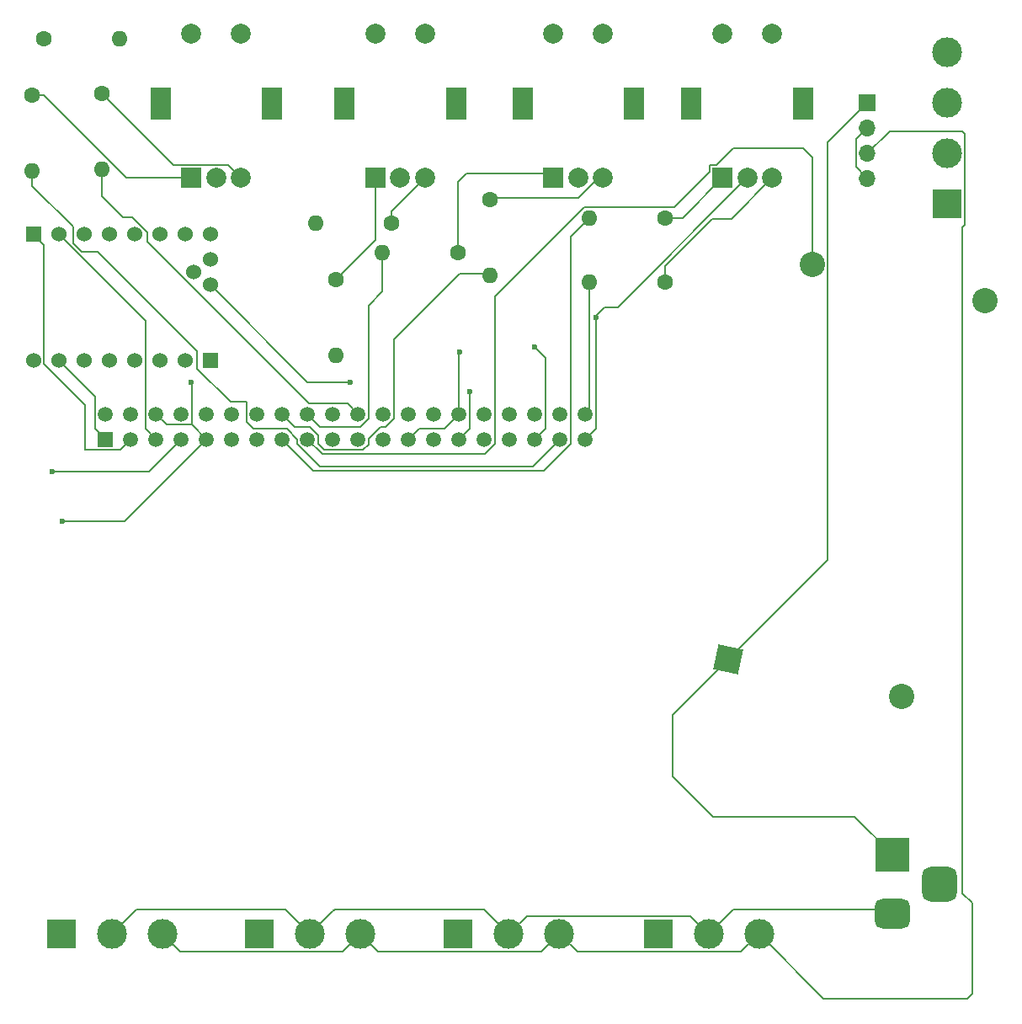
<source format=gbr>
%TF.GenerationSoftware,KiCad,Pcbnew,8.0.5*%
%TF.CreationDate,2025-06-03T16:45:13-04:00*%
%TF.ProjectId,arm,61726d2e-6b69-4636-9164-5f7063625858,rev?*%
%TF.SameCoordinates,Original*%
%TF.FileFunction,Copper,L1,Top*%
%TF.FilePolarity,Positive*%
%FSLAX46Y46*%
G04 Gerber Fmt 4.6, Leading zero omitted, Abs format (unit mm)*
G04 Created by KiCad (PCBNEW 8.0.5) date 2025-06-03 16:45:13*
%MOMM*%
%LPD*%
G01*
G04 APERTURE LIST*
G04 Aperture macros list*
%AMRoundRect*
0 Rectangle with rounded corners*
0 $1 Rounding radius*
0 $2 $3 $4 $5 $6 $7 $8 $9 X,Y pos of 4 corners*
0 Add a 4 corners polygon primitive as box body*
4,1,4,$2,$3,$4,$5,$6,$7,$8,$9,$2,$3,0*
0 Add four circle primitives for the rounded corners*
1,1,$1+$1,$2,$3*
1,1,$1+$1,$4,$5*
1,1,$1+$1,$6,$7*
1,1,$1+$1,$8,$9*
0 Add four rect primitives between the rounded corners*
20,1,$1+$1,$2,$3,$4,$5,0*
20,1,$1+$1,$4,$5,$6,$7,0*
20,1,$1+$1,$6,$7,$8,$9,0*
20,1,$1+$1,$8,$9,$2,$3,0*%
%AMRotRect*
0 Rectangle, with rotation*
0 The origin of the aperture is its center*
0 $1 length*
0 $2 width*
0 $3 Rotation angle, in degrees counterclockwise*
0 Add horizontal line*
21,1,$1,$2,0,0,$3*%
G04 Aperture macros list end*
%TA.AperFunction,ComponentPad*%
%ADD10R,3.000000X3.000000*%
%TD*%
%TA.AperFunction,ComponentPad*%
%ADD11C,3.000000*%
%TD*%
%TA.AperFunction,ComponentPad*%
%ADD12R,3.500000X3.500000*%
%TD*%
%TA.AperFunction,ComponentPad*%
%ADD13RoundRect,0.750000X1.000000X-0.750000X1.000000X0.750000X-1.000000X0.750000X-1.000000X-0.750000X0*%
%TD*%
%TA.AperFunction,ComponentPad*%
%ADD14RoundRect,0.875000X0.875000X-0.875000X0.875000X0.875000X-0.875000X0.875000X-0.875000X-0.875000X0*%
%TD*%
%TA.AperFunction,ComponentPad*%
%ADD15C,1.600000*%
%TD*%
%TA.AperFunction,ComponentPad*%
%ADD16O,1.600000X1.600000*%
%TD*%
%TA.AperFunction,ComponentPad*%
%ADD17RotRect,2.540000X2.540000X78.000000*%
%TD*%
%TA.AperFunction,ComponentPad*%
%ADD18C,2.540000*%
%TD*%
%TA.AperFunction,ComponentPad*%
%ADD19R,1.508000X1.508000*%
%TD*%
%TA.AperFunction,ComponentPad*%
%ADD20C,1.508000*%
%TD*%
%TA.AperFunction,ComponentPad*%
%ADD21R,2.000000X2.000000*%
%TD*%
%TA.AperFunction,ComponentPad*%
%ADD22C,2.000000*%
%TD*%
%TA.AperFunction,ComponentPad*%
%ADD23R,2.000000X3.200000*%
%TD*%
%TA.AperFunction,ComponentPad*%
%ADD24R,1.700000X1.700000*%
%TD*%
%TA.AperFunction,ComponentPad*%
%ADD25O,1.700000X1.700000*%
%TD*%
%TA.AperFunction,ComponentPad*%
%ADD26R,1.524000X1.524000*%
%TD*%
%TA.AperFunction,ComponentPad*%
%ADD27C,1.524000*%
%TD*%
%TA.AperFunction,ViaPad*%
%ADD28C,0.600000*%
%TD*%
%TA.AperFunction,Conductor*%
%ADD29C,0.200000*%
%TD*%
G04 APERTURE END LIST*
D10*
%TO.P,J4,1,Pin_1*%
%TO.N,SERVO1_SIG*%
X214920000Y-122500000D03*
D11*
%TO.P,J4,2,Pin_2*%
%TO.N,GND*%
X220000000Y-122500000D03*
%TO.P,J4,3,Pin_3*%
%TO.N,+6V*%
X225080000Y-122500000D03*
%TD*%
D12*
%TO.P,J6,1*%
%TO.N,+24V*%
X238500000Y-114500000D03*
D13*
%TO.P,J6,2*%
%TO.N,GND*%
X238500000Y-120500000D03*
D14*
%TO.P,J6,3*%
%TO.N,N/C*%
X243200000Y-117500000D03*
%TD*%
D15*
%TO.P,R5,1*%
%TO.N,Net-(R5-Pad1)*%
X159000000Y-38000000D03*
D16*
%TO.P,R5,2*%
%TO.N,DT3*%
X159000000Y-45620000D03*
%TD*%
D15*
%TO.P,R7,1*%
%TO.N,Net-(R7-Pad1)*%
X188120000Y-51000000D03*
D16*
%TO.P,R7,2*%
%TO.N,DT4*%
X180500000Y-51000000D03*
%TD*%
D10*
%TO.P,J3,1,Pin_1*%
%TO.N,SERVO2_SIG*%
X194840000Y-122500000D03*
D11*
%TO.P,J3,2,Pin_2*%
%TO.N,GND*%
X199920000Y-122500000D03*
%TO.P,J3,3,Pin_3*%
%TO.N,+6V*%
X205000000Y-122500000D03*
%TD*%
D17*
%TO.P,U1,1,Vin*%
%TO.N,+24V*%
X222000000Y-94912537D03*
D18*
%TO.P,U1,2,GND*%
%TO.N,GND*%
X239391466Y-98609205D03*
%TO.P,U1,3,GND*%
X247840996Y-58857287D03*
%TO.P,U1,4,Vout*%
%TO.N,+3V3*%
X230449531Y-55160619D03*
%TD*%
D15*
%TO.P,R6,1*%
%TO.N,Net-(R6-Pad1)*%
X152000000Y-38190000D03*
D16*
%TO.P,R6,2*%
%TO.N,CLK3*%
X152000000Y-45810000D03*
%TD*%
D15*
%TO.P,R4,1*%
%TO.N,Net-(R4-Pad1)*%
X194810000Y-54000000D03*
D16*
%TO.P,R4,2*%
%TO.N,CLK2*%
X187190000Y-54000000D03*
%TD*%
D19*
%TO.P,U2,1,3V3_1*%
%TO.N,+3V3*%
X159370000Y-72770000D03*
D20*
%TO.P,U2,2,5V_2*%
%TO.N,unconnected-(U2-5V_2-Pad2)*%
X159370000Y-70230000D03*
%TO.P,U2,3,GPIO2/SDA1*%
%TO.N,DIR*%
X161910000Y-72770000D03*
%TO.P,U2,4,5V_4*%
%TO.N,unconnected-(U2-5V_4-Pad4)*%
X161910000Y-70230001D03*
%TO.P,U2,5,GPIO3/SCL*%
%TO.N,STEP*%
X164450001Y-72770000D03*
%TO.P,U2,6,GND_6*%
%TO.N,GND*%
X164450000Y-70230000D03*
%TO.P,U2,7,GPIO4/GPIO_GCLK*%
%TO.N,UART1*%
X166990000Y-72770000D03*
%TO.P,U2,8,GPIO14/TXD0*%
%TO.N,unconnected-(U2-GPIO14{slash}TXD0-Pad8)*%
X166990000Y-70230001D03*
%TO.P,U2,9,GND_9*%
%TO.N,GND*%
X169530000Y-72770000D03*
%TO.P,U2,10,GPIO15/RXD0*%
%TO.N,SERVO1_SIG*%
X169530000Y-70230000D03*
%TO.P,U2,11,GPIO17/GPIO_GEN0*%
%TO.N,SERVO3_SIG*%
X172070000Y-72770000D03*
%TO.P,U2,12,GPIO18/GPIO_GEN1*%
%TO.N,SERVO4_SIG*%
X172070000Y-70230001D03*
%TO.P,U2,13,GPIO27/GPIO_GEN2*%
%TO.N,unconnected-(U2-GPIO27{slash}GPIO_GEN2-Pad13)*%
X174610000Y-72770001D03*
%TO.P,U2,14,GND_14*%
%TO.N,GND*%
X174610000Y-70230000D03*
%TO.P,U2,15,GPIO22/GPIO_GEN3*%
%TO.N,CLK1*%
X177150000Y-72770000D03*
%TO.P,U2,16,GPIO23/GPIO_GEN4*%
%TO.N,DT2*%
X177150000Y-70230001D03*
%TO.P,U2,17,3V3_17*%
%TO.N,+3V3*%
X179690000Y-72770000D03*
%TO.P,U2,18,GPIO24/GPIO_GEN5*%
%TO.N,CLK2*%
X179690000Y-70230000D03*
%TO.P,U2,19,GPIO10/SPI_MOSI*%
%TO.N,unconnected-(U2-GPIO10{slash}SPI_MOSI-Pad19)*%
X182230000Y-72770000D03*
%TO.P,U2,20,GND_20*%
%TO.N,GND*%
X182230000Y-70230000D03*
%TO.P,U2,21,GPIO9/SPI_MISO*%
%TO.N,unconnected-(U2-GPIO9{slash}SPI_MISO-Pad21)*%
X184770000Y-72770000D03*
%TO.P,U2,22,GPIO25/GPIO_GEN6*%
%TO.N,DT3*%
X184770000Y-70230000D03*
%TO.P,U2,23,GPIO11/SPI_SCLK*%
%TO.N,unconnected-(U2-GPIO11{slash}SPI_SCLK-Pad23)*%
X187310000Y-72770000D03*
%TO.P,U2,24,GPIO8/SPI_~{CE0}*%
%TO.N,unconnected-(U2-GPIO8{slash}SPI_~{CE0}-Pad24)*%
X187310000Y-70230000D03*
%TO.P,U2,25,GND_25*%
%TO.N,GND*%
X189850000Y-72770000D03*
%TO.P,U2,26,GPIO7/SPI_~{CE1}*%
%TO.N,unconnected-(U2-GPIO7{slash}SPI_~{CE1}-Pad26)*%
X189850000Y-70230001D03*
%TO.P,U2,27,ID_SD*%
%TO.N,unconnected-(U2-ID_SD-Pad27)*%
X192390000Y-72769999D03*
%TO.P,U2,28,ID_SC*%
%TO.N,unconnected-(U2-ID_SC-Pad28)*%
X192390000Y-70230000D03*
%TO.P,U2,29,GPIO5*%
%TO.N,DIAG*%
X194930000Y-72770000D03*
%TO.P,U2,30,GND_30*%
%TO.N,GND*%
X194929999Y-70230000D03*
%TO.P,U2,31,GPIO6*%
%TO.N,unconnected-(U2-GPIO6-Pad31)*%
X197470000Y-72770000D03*
%TO.P,U2,32,GPIO12*%
%TO.N,unconnected-(U2-GPIO12-Pad32)*%
X197470000Y-70230000D03*
%TO.P,U2,33,GPIO13*%
%TO.N,unconnected-(U2-GPIO13-Pad33)*%
X200010000Y-72770000D03*
%TO.P,U2,34,GND_34*%
%TO.N,GND*%
X200009999Y-70230000D03*
%TO.P,U2,35,GPIO19*%
%TO.N,DT4*%
X202550000Y-72770000D03*
%TO.P,U2,36,GPIO16*%
%TO.N,SERVO2_SIG*%
X202550000Y-70230000D03*
%TO.P,U2,37,GPIO26*%
%TO.N,CLK3*%
X205090000Y-72770001D03*
%TO.P,U2,38,GPIO20*%
%TO.N,CLK4*%
X205089999Y-70230000D03*
%TO.P,U2,39,GND_39*%
%TO.N,GND*%
X207630000Y-72770000D03*
%TO.P,U2,40,GPIO21*%
%TO.N,DT1*%
X207630000Y-70230000D03*
%TD*%
D21*
%TO.P,SW4,A,A*%
%TO.N,Net-(R8-Pad1)*%
X186500000Y-46500000D03*
D22*
%TO.P,SW4,B,B*%
%TO.N,Net-(R7-Pad1)*%
X191500000Y-46500000D03*
%TO.P,SW4,C,C*%
%TO.N,GND*%
X189000000Y-46500000D03*
D23*
%TO.P,SW4,MP*%
%TO.N,N/C*%
X183400000Y-39000000D03*
X194600000Y-39000000D03*
D22*
%TO.P,SW4,S1*%
X191500000Y-32000000D03*
%TO.P,SW4,S2*%
X186500000Y-32000000D03*
%TD*%
D21*
%TO.P,SW1,A,A*%
%TO.N,Net-(R2-Pad1)*%
X221400000Y-46500000D03*
D22*
%TO.P,SW1,B,B*%
%TO.N,Net-(R1-Pad1)*%
X226400000Y-46500000D03*
%TO.P,SW1,C,C*%
%TO.N,GND*%
X223900000Y-46500000D03*
D23*
%TO.P,SW1,MP*%
%TO.N,N/C*%
X218300000Y-39000000D03*
X229500000Y-39000000D03*
D22*
%TO.P,SW1,S1*%
X226400000Y-32000000D03*
%TO.P,SW1,S2*%
X221400000Y-32000000D03*
%TD*%
D24*
%TO.P,J7,1,Pin_1*%
%TO.N,+24V*%
X236000000Y-38920000D03*
D25*
%TO.P,J7,2,Pin_2*%
%TO.N,GND*%
X236000000Y-41460000D03*
%TO.P,J7,3,Pin_3*%
%TO.N,+6V*%
X236000000Y-44000000D03*
%TO.P,J7,4,Pin_4*%
%TO.N,GND*%
X236000000Y-46540000D03*
%TD*%
D15*
%TO.P,R1,1*%
%TO.N,Net-(R1-Pad1)*%
X215620000Y-57000000D03*
D16*
%TO.P,R1,2*%
%TO.N,DT1*%
X208000000Y-57000000D03*
%TD*%
D10*
%TO.P,J5,1,Pin_1*%
%TO.N,B-*%
X244000000Y-49120000D03*
D11*
%TO.P,J5,2,Pin_2*%
%TO.N,B+*%
X244000000Y-44040000D03*
%TO.P,J5,3,Pin_3*%
%TO.N,A-*%
X244000000Y-38960000D03*
%TO.P,J5,4,Pin_4*%
%TO.N,A+*%
X244000000Y-33880000D03*
%TD*%
D21*
%TO.P,SW3,A,A*%
%TO.N,Net-(R6-Pad1)*%
X168000000Y-46500000D03*
D22*
%TO.P,SW3,B,B*%
%TO.N,Net-(R5-Pad1)*%
X173000000Y-46500000D03*
%TO.P,SW3,C,C*%
%TO.N,GND*%
X170500000Y-46500000D03*
D23*
%TO.P,SW3,MP*%
%TO.N,N/C*%
X164900000Y-39000000D03*
X176100000Y-39000000D03*
D22*
%TO.P,SW3,S1*%
X173000000Y-32000000D03*
%TO.P,SW3,S2*%
X168000000Y-32000000D03*
%TD*%
D15*
%TO.P,R9,1*%
%TO.N,Net-(U3-PDN{slash}UART1)*%
X153190000Y-32500000D03*
D16*
%TO.P,R9,2*%
%TO.N,UART1*%
X160810000Y-32500000D03*
%TD*%
D15*
%TO.P,R8,1*%
%TO.N,Net-(R8-Pad1)*%
X182500000Y-56690000D03*
D16*
%TO.P,R8,2*%
%TO.N,CLK4*%
X182500000Y-64310000D03*
%TD*%
D15*
%TO.P,R3,1*%
%TO.N,Net-(R3-Pad1)*%
X198000000Y-48690000D03*
D16*
%TO.P,R3,2*%
%TO.N,DT2*%
X198000000Y-56310000D03*
%TD*%
D26*
%TO.P,U3,JP1_1,DIR*%
%TO.N,DIR*%
X152110000Y-52150000D03*
D27*
%TO.P,U3,JP1_2,STEP*%
%TO.N,STEP*%
X154650000Y-52150000D03*
%TO.P,U3,JP1_3*%
%TO.N,N/C*%
X157190000Y-52150000D03*
%TO.P,U3,JP1_4,PDN/UART1*%
%TO.N,Net-(U3-PDN{slash}UART1)*%
X159730000Y-52150000D03*
%TO.P,U3,JP1_5,PDN/UART2*%
%TO.N,unconnected-(U3-PDN{slash}UART2-PadJP1_5)*%
X162270000Y-52150000D03*
%TO.P,U3,JP1_6,MS2*%
%TO.N,unconnected-(U3-MS2-PadJP1_6)*%
X164810000Y-52150000D03*
%TO.P,U3,JP1_7,MS1*%
%TO.N,unconnected-(U3-MS1-PadJP1_7)*%
X167350000Y-52150000D03*
%TO.P,U3,JP1_8,EN*%
%TO.N,GND*%
X169890000Y-52150000D03*
D26*
%TO.P,U3,JP2_1,VM*%
%TO.N,+24V*%
X169890000Y-64850000D03*
D27*
%TO.P,U3,JP2_2,GND*%
%TO.N,GND*%
X167350000Y-64850000D03*
%TO.P,U3,JP2_3,OA2*%
%TO.N,A-*%
X164810000Y-64850000D03*
%TO.P,U3,JP2_4,OA1*%
%TO.N,A+*%
X162270000Y-64850000D03*
%TO.P,U3,JP2_5,OB1*%
%TO.N,B+*%
X159730000Y-64850000D03*
%TO.P,U3,JP2_6,OB2*%
%TO.N,B-*%
X157190000Y-64850000D03*
%TO.P,U3,JP2_7,VIO*%
%TO.N,+3V3*%
X154650000Y-64850000D03*
%TO.P,U3,JP2_8,GND*%
%TO.N,GND*%
X152110000Y-64850000D03*
%TO.P,U3,JP3_1,DIAG*%
%TO.N,DIAG*%
X169890000Y-57230000D03*
%TO.P,U3,JP3_2,INDEX*%
%TO.N,GND*%
X169890000Y-54690000D03*
%TO.P,U3,VREF,VREF*%
%TO.N,unconnected-(U3-PadVREF)*%
X168239000Y-55960000D03*
%TD*%
D21*
%TO.P,SW2,A,A*%
%TO.N,Net-(R4-Pad1)*%
X204400000Y-46500000D03*
D22*
%TO.P,SW2,B,B*%
%TO.N,Net-(R3-Pad1)*%
X209400000Y-46500000D03*
%TO.P,SW2,C,C*%
%TO.N,GND*%
X206900000Y-46500000D03*
D23*
%TO.P,SW2,MP*%
%TO.N,N/C*%
X201300000Y-39000000D03*
X212500000Y-39000000D03*
D22*
%TO.P,SW2,S1*%
X209400000Y-32000000D03*
%TO.P,SW2,S2*%
X204400000Y-32000000D03*
%TD*%
D10*
%TO.P,J2,1,Pin_1*%
%TO.N,SERVO3_SIG*%
X174840000Y-122500000D03*
D11*
%TO.P,J2,2,Pin_2*%
%TO.N,GND*%
X179920000Y-122500000D03*
%TO.P,J2,3,Pin_3*%
%TO.N,+6V*%
X185000000Y-122500000D03*
%TD*%
D10*
%TO.P,J1,1,Pin_1*%
%TO.N,SERVO4_SIG*%
X154920000Y-122500000D03*
D11*
%TO.P,J1,2,Pin_2*%
%TO.N,GND*%
X160000000Y-122500000D03*
%TO.P,J1,3,Pin_3*%
%TO.N,+6V*%
X165080000Y-122500000D03*
%TD*%
D15*
%TO.P,R2,1*%
%TO.N,Net-(R2-Pad1)*%
X215620000Y-50500000D03*
D16*
%TO.P,R2,2*%
%TO.N,CLK1*%
X208000000Y-50500000D03*
%TD*%
D28*
%TO.N,GND*%
X208684000Y-60500000D03*
X168000000Y-67000000D03*
X195000000Y-64000000D03*
X155000000Y-81000000D03*
%TO.N,DT4*%
X202500000Y-63500000D03*
%TO.N,UART1*%
X154000000Y-76000000D03*
%TO.N,DIAG*%
X184000000Y-67000000D03*
X196000000Y-68000000D03*
%TD*%
D29*
%TO.N,Net-(R2-Pad1)*%
X217400000Y-50500000D02*
X221400000Y-46500000D01*
X215620000Y-50500000D02*
X217400000Y-50500000D01*
%TO.N,GND*%
X199920000Y-122500000D02*
X197420000Y-120000000D01*
X179920000Y-122500000D02*
X177420000Y-120000000D01*
X234850000Y-45390000D02*
X234850000Y-42610000D01*
X234850000Y-42610000D02*
X236000000Y-41460000D01*
X162500000Y-120000000D02*
X160000000Y-122500000D01*
X177420000Y-120000000D02*
X162500000Y-120000000D01*
X169530000Y-72770000D02*
X168044000Y-71284000D01*
X210890540Y-59500000D02*
X209500000Y-59500000D01*
X193444000Y-71715999D02*
X194929999Y-70230000D01*
X209500000Y-59500000D02*
X208684000Y-60316000D01*
X201720000Y-120700000D02*
X218200000Y-120700000D01*
X237000000Y-120000000D02*
X222500000Y-120000000D01*
X218200000Y-120700000D02*
X220000000Y-122500000D01*
X194929999Y-70230000D02*
X194929999Y-64070001D01*
X164450000Y-70230000D02*
X165504001Y-71284001D01*
X223890540Y-46500000D02*
X210890540Y-59500000D01*
X161300000Y-81000000D02*
X169530000Y-72770000D01*
X222500000Y-120000000D02*
X220000000Y-122500000D01*
X199920000Y-122500000D02*
X201720000Y-120700000D01*
X208684000Y-60500000D02*
X208684000Y-71716000D01*
X194929999Y-64070001D02*
X195000000Y-64000000D01*
X236000000Y-46540000D02*
X234850000Y-45390000D01*
X155000000Y-81000000D02*
X161300000Y-81000000D01*
X208684000Y-60316000D02*
X208684000Y-60500000D01*
X182210000Y-120210000D02*
X179920000Y-122500000D01*
X237420000Y-120420000D02*
X237000000Y-120000000D01*
X189850000Y-72770000D02*
X190904001Y-71715999D01*
X223900000Y-46500000D02*
X223890540Y-46500000D01*
X208684000Y-71716000D02*
X207630000Y-72770000D01*
X165504001Y-71284001D02*
X168044001Y-71284001D01*
X168044001Y-71284001D02*
X169530000Y-72770000D01*
X182420000Y-120000000D02*
X182210000Y-120210000D01*
X197420000Y-120000000D02*
X182420000Y-120000000D01*
X190904001Y-71715999D02*
X193444000Y-71715999D01*
X168044000Y-67044000D02*
X168000000Y-67000000D01*
X168044000Y-71284000D02*
X168044000Y-67044000D01*
%TO.N,Net-(R1-Pad1)*%
X215620000Y-55336226D02*
X215620000Y-57000000D01*
X220350448Y-50605778D02*
X215620000Y-55336226D01*
X222294222Y-50605778D02*
X220350448Y-50605778D01*
X226400000Y-46500000D02*
X222294222Y-50605778D01*
%TO.N,Net-(R3-Pad1)*%
X206900000Y-48500000D02*
X209400000Y-46000000D01*
X197500000Y-48500000D02*
X206900000Y-48500000D01*
%TO.N,Net-(R4-Pad1)*%
X204400000Y-46000000D02*
X195690000Y-46000000D01*
X194810000Y-54000000D02*
X194810000Y-46880000D01*
X194810000Y-46880000D02*
X195690000Y-46000000D01*
%TO.N,Net-(R6-Pad1)*%
X153125635Y-38190000D02*
X152000000Y-38190000D01*
X161435635Y-46500000D02*
X153125635Y-38190000D01*
X168000000Y-46500000D02*
X168000000Y-47000000D01*
X168000000Y-46500000D02*
X161435635Y-46500000D01*
%TO.N,Net-(R5-Pad1)*%
X171700000Y-45200000D02*
X173000000Y-46500000D01*
X166200000Y-45200000D02*
X171700000Y-45200000D01*
X159000000Y-38000000D02*
X166200000Y-45200000D01*
%TO.N,+24V*%
X234710660Y-110710660D02*
X238730916Y-114730916D01*
X216393575Y-106668263D02*
X220435972Y-110710660D01*
X232019531Y-84893006D02*
X232019531Y-42900469D01*
X222000000Y-94912537D02*
X216393575Y-100518962D01*
X216393575Y-100518962D02*
X216393575Y-106668263D01*
X220435972Y-110710660D02*
X234710660Y-110710660D01*
X232019531Y-42900469D02*
X236000000Y-38920000D01*
X222000000Y-94912537D02*
X232019531Y-84893006D01*
%TO.N,+3V3*%
X197506582Y-74224000D02*
X198524000Y-73206582D01*
X158316000Y-68516000D02*
X158316000Y-71716000D01*
X220100000Y-45200000D02*
X220800000Y-45200000D01*
X158316000Y-71716000D02*
X159370000Y-72770000D01*
X220800000Y-45200000D02*
X222500000Y-43500000D01*
X229500000Y-43500000D02*
X230449531Y-44449531D01*
X179690000Y-72770000D02*
X181144000Y-74224000D01*
X198524000Y-58420365D02*
X207544365Y-49400000D01*
X216600000Y-49400000D02*
X220100000Y-45900000D01*
X222500000Y-43500000D02*
X229500000Y-43500000D01*
X220100000Y-45900000D02*
X220100000Y-45200000D01*
X198524000Y-73206582D02*
X198524000Y-58420365D01*
X230449531Y-44449531D02*
X230449531Y-55160618D01*
X207544365Y-49400000D02*
X216600000Y-49400000D01*
X181144000Y-74224000D02*
X197506582Y-74224000D01*
X154650000Y-64850000D02*
X158316000Y-68516000D01*
%TO.N,DT3*%
X163595000Y-52905000D02*
X179866000Y-69176000D01*
X159000000Y-45620000D02*
X159000000Y-48310000D01*
X179866000Y-69176000D02*
X183716000Y-69176000D01*
X159000000Y-48310000D02*
X161095000Y-50405000D01*
X162026895Y-50405000D02*
X163595000Y-51973105D01*
X163595000Y-51973105D02*
X163595000Y-52905000D01*
X183716000Y-69176000D02*
X184770000Y-70230000D01*
X161095000Y-50405000D02*
X162026895Y-50405000D01*
%TO.N,CLK2*%
X184990582Y-71500000D02*
X185824000Y-70666582D01*
X185824000Y-70666582D02*
X185824000Y-59296000D01*
X185824000Y-59296000D02*
X187190000Y-57930000D01*
X180960000Y-71500000D02*
X184990582Y-71500000D01*
X179690000Y-70230000D02*
X180960000Y-71500000D01*
X187190000Y-57930000D02*
X187190000Y-54000000D01*
%TO.N,DT1*%
X208000000Y-69860000D02*
X207630000Y-70230000D01*
X208000000Y-57000000D02*
X208000000Y-69860000D01*
%TO.N,DT2*%
X180744000Y-73206582D02*
X181361418Y-73824000D01*
X177150000Y-70230001D02*
X178419999Y-71500000D01*
X181361418Y-73824000D02*
X185276000Y-73824000D01*
X178419999Y-71500000D02*
X179910582Y-71500000D01*
X195000000Y-56120000D02*
X197500000Y-56120000D01*
X185276000Y-73824000D02*
X185824000Y-73276000D01*
X188364000Y-70666582D02*
X188364000Y-62756000D01*
X185824000Y-72676000D02*
X187000000Y-71500000D01*
X179910582Y-71500000D02*
X180744000Y-72333418D01*
X187000000Y-71500000D02*
X187530582Y-71500000D01*
X187530582Y-71500000D02*
X188364000Y-70666582D01*
X188364000Y-62756000D02*
X195000000Y-56120000D01*
X185824000Y-73276000D02*
X185824000Y-72676000D01*
X180744000Y-72333418D02*
X180744000Y-73206582D01*
%TO.N,CLK3*%
X156970686Y-53905000D02*
X158595000Y-53905000D01*
X156095000Y-51405000D02*
X156095000Y-53029314D01*
X177586583Y-71716001D02*
X174216001Y-71716001D01*
X152000000Y-47310000D02*
X152000000Y-45810000D01*
X168595000Y-63905000D02*
X158595000Y-53905000D01*
X173556000Y-71056000D02*
X173556000Y-69000000D01*
X168595000Y-65679000D02*
X171916000Y-69000000D01*
X178636000Y-72765418D02*
X177586583Y-71716001D01*
X156095000Y-51405000D02*
X152000000Y-47310000D01*
X178636000Y-73206582D02*
X178636000Y-72765418D01*
X205090000Y-72770001D02*
X202360001Y-75500000D01*
X202360001Y-75500000D02*
X180929418Y-75500000D01*
X171916000Y-69000000D02*
X173556000Y-69000000D01*
X156095000Y-53029314D02*
X156970686Y-53905000D01*
X180929418Y-75500000D02*
X178636000Y-73206582D01*
X174216001Y-71716001D02*
X173556000Y-71056000D01*
X168595000Y-63905000D02*
X168595000Y-65679000D01*
%TO.N,CLK1*%
X208000000Y-50500000D02*
X206144000Y-52356000D01*
X180280000Y-75900000D02*
X177150000Y-72770000D01*
X203450583Y-75900000D02*
X180280000Y-75900000D01*
X206144000Y-73206583D02*
X203450583Y-75900000D01*
X206144000Y-52356000D02*
X206144000Y-73206583D01*
%TO.N,Net-(R7-Pad1)*%
X191500000Y-46500000D02*
X188120000Y-49880000D01*
X188120000Y-49880000D02*
X188120000Y-51000000D01*
%TO.N,DT4*%
X202500000Y-63500000D02*
X203604000Y-64604000D01*
X203604000Y-71716000D02*
X202550000Y-72770000D01*
X203604000Y-64604000D02*
X203604000Y-71716000D01*
%TO.N,Net-(R8-Pad1)*%
X186500000Y-52690000D02*
X182500000Y-56690000D01*
X186500000Y-46500000D02*
X186500000Y-52690000D01*
%TO.N,+6V*%
X245500000Y-51500000D02*
X245800000Y-51200000D01*
X183200000Y-124300000D02*
X166880000Y-124300000D01*
X231580000Y-129000000D02*
X246000000Y-129000000D01*
X246500000Y-119400000D02*
X245500000Y-118400000D01*
X245500000Y-118400000D02*
X245500000Y-51500000D01*
X186800000Y-124300000D02*
X185000000Y-122500000D01*
X246500000Y-128500000D02*
X246500000Y-119400000D01*
X225080000Y-122500000D02*
X231580000Y-129000000D01*
X225080000Y-122500000D02*
X223280000Y-124300000D01*
X245500000Y-41780000D02*
X238220000Y-41780000D01*
X205000000Y-122500000D02*
X203200000Y-124300000D01*
X166880000Y-124300000D02*
X165080000Y-122500000D01*
X206800000Y-124300000D02*
X205000000Y-122500000D01*
X185000000Y-122500000D02*
X183200000Y-124300000D01*
X223280000Y-124300000D02*
X206800000Y-124300000D01*
X245800000Y-42080000D02*
X245500000Y-41780000D01*
X238220000Y-41780000D02*
X236000000Y-44000000D01*
X245800000Y-51200000D02*
X245800000Y-42080000D01*
X203200000Y-124300000D02*
X186800000Y-124300000D01*
X246000000Y-129000000D02*
X246500000Y-128500000D01*
%TO.N,STEP*%
X163396001Y-60896001D02*
X163396001Y-71716000D01*
X163396001Y-71716000D02*
X164450001Y-72770000D01*
X154650000Y-52150000D02*
X163396001Y-60896001D01*
%TO.N,DIR*%
X153172000Y-65172000D02*
X153172000Y-53212000D01*
X161910000Y-72770000D02*
X160856000Y-73824000D01*
X157324000Y-73824000D02*
X157324000Y-69324000D01*
X157324000Y-69324000D02*
X153172000Y-65172000D01*
X153172000Y-53212000D02*
X152110000Y-52150000D01*
X160856000Y-73824000D02*
X157324000Y-73824000D01*
%TO.N,UART1*%
X154000000Y-76000000D02*
X163760000Y-76000000D01*
X163760000Y-76000000D02*
X166990000Y-72770000D01*
%TO.N,DIAG*%
X169890000Y-57230000D02*
X179660000Y-67000000D01*
X196000000Y-71700000D02*
X194930000Y-72770000D01*
X179660000Y-67000000D02*
X184000000Y-67000000D01*
X196000000Y-68000000D02*
X196000000Y-71700000D01*
%TD*%
M02*

</source>
